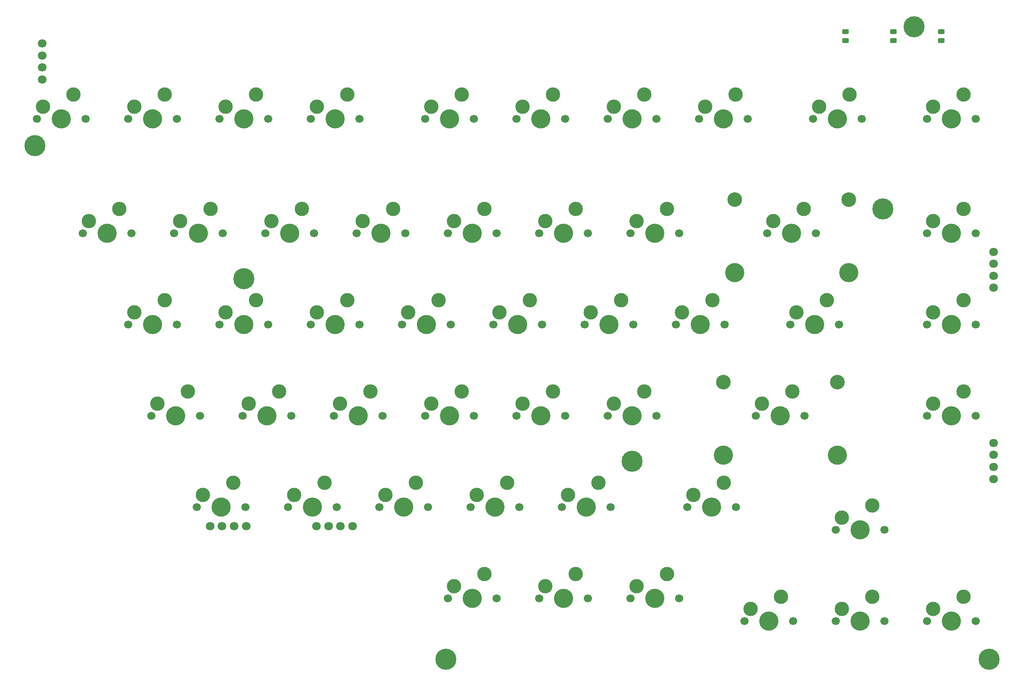
<source format=gbr>
%TF.GenerationSoftware,KiCad,Pcbnew,8.0.4*%
%TF.CreationDate,2024-10-18T15:09:13-05:00*%
%TF.ProjectId,numlocked_right,6e756d6c-6f63-46b6-9564-5f7269676874,rev?*%
%TF.SameCoordinates,Original*%
%TF.FileFunction,Soldermask,Top*%
%TF.FilePolarity,Negative*%
%FSLAX46Y46*%
G04 Gerber Fmt 4.6, Leading zero omitted, Abs format (unit mm)*
G04 Created by KiCad (PCBNEW 8.0.4) date 2024-10-18 15:09:13*
%MOMM*%
%LPD*%
G01*
G04 APERTURE LIST*
G04 Aperture macros list*
%AMRoundRect*
0 Rectangle with rounded corners*
0 $1 Rounding radius*
0 $2 $3 $4 $5 $6 $7 $8 $9 X,Y pos of 4 corners*
0 Add a 4 corners polygon primitive as box body*
4,1,4,$2,$3,$4,$5,$6,$7,$8,$9,$2,$3,0*
0 Add four circle primitives for the rounded corners*
1,1,$1+$1,$2,$3*
1,1,$1+$1,$4,$5*
1,1,$1+$1,$6,$7*
1,1,$1+$1,$8,$9*
0 Add four rect primitives between the rounded corners*
20,1,$1+$1,$2,$3,$4,$5,0*
20,1,$1+$1,$4,$5,$6,$7,0*
20,1,$1+$1,$6,$7,$8,$9,0*
20,1,$1+$1,$8,$9,$2,$3,0*%
G04 Aperture macros list end*
%ADD10C,1.700000*%
%ADD11C,3.000000*%
%ADD12C,4.000000*%
%ADD13C,3.050000*%
%ADD14C,1.800000*%
%ADD15C,4.400000*%
%ADD16RoundRect,0.243750X-0.456250X0.243750X-0.456250X-0.243750X0.456250X-0.243750X0.456250X0.243750X0*%
%ADD17RoundRect,0.243750X0.456250X-0.243750X0.456250X0.243750X-0.456250X0.243750X-0.456250X-0.243750X0*%
G04 APERTURE END LIST*
D10*
%TO.C,S2*%
X93495000Y-86141600D03*
D11*
X94765000Y-83601600D03*
D12*
X98575000Y-86141600D03*
D11*
X101115000Y-81061600D03*
D10*
X103655000Y-86141600D03*
%TD*%
%TO.C,S26*%
X188745000Y-86141600D03*
D11*
X190015000Y-83601600D03*
D12*
X193825000Y-86141600D03*
D11*
X196365000Y-81061600D03*
D10*
X198905000Y-86141600D03*
%TD*%
D13*
%TO.C,S42*%
X220025000Y-60091600D03*
D12*
X220025000Y-75331600D03*
D10*
X226845000Y-67091600D03*
D11*
X228115000Y-64551600D03*
D12*
X231925000Y-67091600D03*
D11*
X234465000Y-62011600D03*
D10*
X237005000Y-67091600D03*
D13*
X243825000Y-60091600D03*
D12*
X243825000Y-75331600D03*
%TD*%
D10*
%TO.C,S12*%
X131595000Y-43279100D03*
D11*
X132865000Y-40739100D03*
D12*
X136675000Y-43279100D03*
D11*
X139215000Y-38199100D03*
D10*
X141755000Y-43279100D03*
%TD*%
D14*
%TO.C,J1*%
X274050000Y-71009100D03*
X274050000Y-73509100D03*
X274050000Y-76009100D03*
X274050000Y-78509100D03*
%TD*%
D15*
%TO.C,H4*%
X257500000Y-24000000D03*
%TD*%
D10*
%TO.C,S28*%
X174457500Y-43279100D03*
D11*
X175727500Y-40739100D03*
D12*
X179537500Y-43279100D03*
D11*
X182077500Y-38199100D03*
D10*
X184617500Y-43279100D03*
%TD*%
%TO.C,S11*%
X117307500Y-105191600D03*
D11*
X118577500Y-102651600D03*
D12*
X122387500Y-105191600D03*
D11*
X124927500Y-100111600D03*
D10*
X127467500Y-105191600D03*
%TD*%
%TO.C,S41*%
X241132500Y-148054100D03*
D11*
X242402500Y-145514100D03*
D12*
X246212500Y-148054100D03*
D11*
X248752500Y-142974100D03*
D10*
X251292500Y-148054100D03*
%TD*%
D14*
%TO.C,J2*%
X274050000Y-110889100D03*
X274050000Y-113389100D03*
X274050000Y-115889100D03*
X274050000Y-118389100D03*
%TD*%
D10*
%TO.C,S36*%
X193507500Y-43279100D03*
D11*
X194777500Y-40739100D03*
D12*
X198587500Y-43279100D03*
D11*
X201127500Y-38199100D03*
D10*
X203667500Y-43279100D03*
%TD*%
%TO.C,S19*%
X169695000Y-86141600D03*
D11*
X170965000Y-83601600D03*
D12*
X174775000Y-86141600D03*
D11*
X177315000Y-81061600D03*
D10*
X179855000Y-86141600D03*
%TD*%
%TO.C,S31*%
X207795000Y-86141600D03*
D11*
X209065000Y-83601600D03*
D12*
X212875000Y-86141600D03*
D11*
X215415000Y-81061600D03*
D10*
X217955000Y-86141600D03*
%TD*%
D15*
%TO.C,H6*%
X250975000Y-62011600D03*
%TD*%
D10*
%TO.C,S25*%
X160170000Y-143291600D03*
D11*
X161440000Y-140751600D03*
D12*
X165250000Y-143291600D03*
D11*
X167790000Y-138211600D03*
D10*
X170330000Y-143291600D03*
%TD*%
%TO.C,S23*%
X174457500Y-105191600D03*
D11*
X175727500Y-102651600D03*
D12*
X179537500Y-105191600D03*
D11*
X182077500Y-100111600D03*
D10*
X184617500Y-105191600D03*
%TD*%
%TO.C,S1*%
X83970000Y-67091600D03*
D11*
X85240000Y-64551600D03*
D12*
X89050000Y-67091600D03*
D11*
X91590000Y-62011600D03*
D10*
X94130000Y-67091600D03*
%TD*%
D15*
%TO.C,H1*%
X74000000Y-48804100D03*
%TD*%
D10*
%TO.C,S33*%
X179220000Y-143291600D03*
D11*
X180490000Y-140751600D03*
D12*
X184300000Y-143291600D03*
D11*
X186840000Y-138211600D03*
D10*
X189380000Y-143291600D03*
%TD*%
%TO.C,S45*%
X236370000Y-43279100D03*
D11*
X237640000Y-40739100D03*
D12*
X241450000Y-43279100D03*
D11*
X243990000Y-38199100D03*
D10*
X246530000Y-43279100D03*
%TD*%
D15*
%TO.C,H3*%
X159725000Y-156000000D03*
%TD*%
D10*
%TO.C,S13*%
X131595000Y-86141600D03*
D11*
X132865000Y-83601600D03*
D12*
X136675000Y-86141600D03*
D11*
X139215000Y-81061600D03*
D10*
X141755000Y-86141600D03*
%TD*%
%TO.C,S7*%
X112545000Y-86141600D03*
D11*
X113815000Y-83601600D03*
D12*
X117625000Y-86141600D03*
D11*
X120165000Y-81061600D03*
D10*
X122705000Y-86141600D03*
%TD*%
%TO.C,S49*%
X260182500Y-67091600D03*
D11*
X261452500Y-64551600D03*
D12*
X265262500Y-67091600D03*
D11*
X267802500Y-62011600D03*
D10*
X270342500Y-67091600D03*
%TD*%
%TO.C,S29*%
X193507500Y-105191600D03*
D11*
X194777500Y-102651600D03*
D12*
X198587500Y-105191600D03*
D11*
X201127500Y-100111600D03*
D10*
X203667500Y-105191600D03*
%TD*%
%TO.C,S40*%
X222082500Y-148054100D03*
D11*
X223352500Y-145514100D03*
D12*
X227162500Y-148054100D03*
D11*
X229702500Y-142974100D03*
D10*
X232242500Y-148054100D03*
%TD*%
%TO.C,S17*%
X150645000Y-86141600D03*
D11*
X151915000Y-83601600D03*
D12*
X155725000Y-86141600D03*
D11*
X158265000Y-81061600D03*
D10*
X160805000Y-86141600D03*
%TD*%
%TO.C,S24*%
X160170000Y-67091600D03*
D11*
X161440000Y-64551600D03*
D12*
X165250000Y-67091600D03*
D11*
X167790000Y-62011600D03*
D10*
X170330000Y-67091600D03*
%TD*%
%TO.C,S6*%
X98257500Y-105191600D03*
D11*
X99527500Y-102651600D03*
D12*
X103337500Y-105191600D03*
D11*
X105877500Y-100111600D03*
D10*
X108417500Y-105191600D03*
%TD*%
D13*
%TO.C,S37*%
X217643750Y-98216600D03*
D12*
X217643750Y-113456600D03*
D10*
X224463750Y-105191600D03*
D11*
X225733750Y-102651600D03*
D12*
X229543750Y-105191600D03*
D11*
X232083750Y-100111600D03*
D10*
X234623750Y-105191600D03*
D13*
X241443750Y-98216600D03*
D12*
X241443750Y-113456600D03*
%TD*%
D10*
%TO.C,S15*%
X141120000Y-67091600D03*
D11*
X142390000Y-64551600D03*
D12*
X146200000Y-67091600D03*
D11*
X148740000Y-62011600D03*
D10*
X151280000Y-67091600D03*
%TD*%
%TO.C,S34*%
X198270000Y-143291600D03*
D11*
X199540000Y-140751600D03*
D12*
X203350000Y-143291600D03*
D11*
X205890000Y-138211600D03*
D10*
X208430000Y-143291600D03*
%TD*%
%TO.C,S9*%
X107782500Y-124241600D03*
D11*
X109052500Y-121701600D03*
D12*
X112862500Y-124241600D03*
D11*
X115402500Y-119161600D03*
D10*
X117942500Y-124241600D03*
%TD*%
%TO.C,S21*%
X164932500Y-124241600D03*
D11*
X166202500Y-121701600D03*
D12*
X170012500Y-124241600D03*
D11*
X172552500Y-119161600D03*
D10*
X175092500Y-124241600D03*
%TD*%
%TO.C,S43*%
X260182500Y-148054100D03*
D11*
X261452500Y-145514100D03*
D12*
X265262500Y-148054100D03*
D11*
X267802500Y-142974100D03*
D10*
X270342500Y-148054100D03*
%TD*%
D15*
%TO.C,H2*%
X273168750Y-156000000D03*
%TD*%
D10*
%TO.C,S4*%
X93495000Y-43279100D03*
D11*
X94765000Y-40739100D03*
D12*
X98575000Y-43279100D03*
D11*
X101115000Y-38199100D03*
D10*
X103655000Y-43279100D03*
%TD*%
%TO.C,S10*%
X122070000Y-67091600D03*
D11*
X123340000Y-64551600D03*
D12*
X127150000Y-67091600D03*
D11*
X129690000Y-62011600D03*
D10*
X132230000Y-67091600D03*
%TD*%
D15*
%TO.C,H5*%
X117625000Y-76616600D03*
%TD*%
D10*
%TO.C,S16*%
X126832500Y-124241600D03*
D11*
X128102500Y-121701600D03*
D12*
X131912500Y-124241600D03*
D11*
X134452500Y-119161600D03*
D10*
X136992500Y-124241600D03*
%TD*%
%TO.C,S38*%
X231607500Y-86141600D03*
D11*
X232877500Y-83601600D03*
D12*
X236687500Y-86141600D03*
D11*
X239227500Y-81061600D03*
D10*
X241767500Y-86141600D03*
%TD*%
%TO.C,S3*%
X74445000Y-43279100D03*
D11*
X75715000Y-40739100D03*
D12*
X79525000Y-43279100D03*
D11*
X82065000Y-38199100D03*
D10*
X84605000Y-43279100D03*
%TD*%
%TO.C,S20*%
X155407500Y-43279100D03*
D11*
X156677500Y-40739100D03*
D12*
X160487500Y-43279100D03*
D11*
X163027500Y-38199100D03*
D10*
X165567500Y-43279100D03*
%TD*%
%TO.C,S27*%
X179220000Y-67091600D03*
D11*
X180490000Y-64551600D03*
D12*
X184300000Y-67091600D03*
D11*
X186840000Y-62011600D03*
D10*
X189380000Y-67091600D03*
%TD*%
D16*
%TO.C,D1*%
X263168750Y-25062500D03*
X263168750Y-26937500D03*
%TD*%
D10*
%TO.C,S22*%
X145882500Y-124241600D03*
D11*
X147152500Y-121701600D03*
D12*
X150962500Y-124241600D03*
D11*
X153502500Y-119161600D03*
D10*
X156042500Y-124241600D03*
%TD*%
%TO.C,S18*%
X155407500Y-105191600D03*
D11*
X156677500Y-102651600D03*
D12*
X160487500Y-105191600D03*
D11*
X163027500Y-100111600D03*
D10*
X165567500Y-105191600D03*
%TD*%
D17*
%TO.C,D3*%
X243168750Y-26937500D03*
X243168750Y-25062500D03*
%TD*%
D15*
%TO.C,H7*%
X198587500Y-114716600D03*
%TD*%
D10*
%TO.C,S32*%
X198270000Y-67091600D03*
D11*
X199540000Y-64551600D03*
D12*
X203350000Y-67091600D03*
D11*
X205890000Y-62011600D03*
D10*
X208430000Y-67091600D03*
%TD*%
%TO.C,S30*%
X183982500Y-124241600D03*
D11*
X185252500Y-121701600D03*
D12*
X189062500Y-124241600D03*
D11*
X191602500Y-119161600D03*
D10*
X194142500Y-124241600D03*
%TD*%
%TO.C,S44*%
X212557500Y-43279100D03*
D11*
X213827500Y-40739100D03*
D12*
X217637500Y-43279100D03*
D11*
X220177500Y-38199100D03*
D10*
X222717500Y-43279100D03*
%TD*%
%TO.C,S46*%
X260182500Y-43279100D03*
D11*
X261452500Y-40739100D03*
D12*
X265262500Y-43279100D03*
D11*
X267802500Y-38199100D03*
D10*
X270342500Y-43279100D03*
%TD*%
%TO.C,S35*%
X210176250Y-124241600D03*
D11*
X211446250Y-121701600D03*
D12*
X215256250Y-124241600D03*
D11*
X217796250Y-119161600D03*
D10*
X220336250Y-124241600D03*
%TD*%
%TO.C,S5*%
X112545000Y-43279100D03*
D11*
X113815000Y-40739100D03*
D12*
X117625000Y-43279100D03*
D11*
X120165000Y-38199100D03*
D10*
X122705000Y-43279100D03*
%TD*%
%TO.C,S8*%
X103020000Y-67091600D03*
D11*
X104290000Y-64551600D03*
D12*
X108100000Y-67091600D03*
D11*
X110640000Y-62011600D03*
D10*
X113180000Y-67091600D03*
%TD*%
D16*
%TO.C,D4*%
X253168750Y-25062500D03*
X253168750Y-26937500D03*
%TD*%
D10*
%TO.C,S39*%
X241132500Y-129004100D03*
D11*
X242402500Y-126464100D03*
D12*
X246212500Y-129004100D03*
D11*
X248752500Y-123924100D03*
D10*
X251292500Y-129004100D03*
%TD*%
%TO.C,S47*%
X260182500Y-105191600D03*
D11*
X261452500Y-102651600D03*
D12*
X265262500Y-105191600D03*
D11*
X267802500Y-100111600D03*
D10*
X270342500Y-105191600D03*
%TD*%
%TO.C,S14*%
X136357500Y-105191600D03*
D11*
X137627500Y-102651600D03*
D12*
X141437500Y-105191600D03*
D11*
X143977500Y-100111600D03*
D10*
X146517500Y-105191600D03*
%TD*%
%TO.C,S48*%
X260182500Y-86141600D03*
D11*
X261452500Y-83601600D03*
D12*
X265262500Y-86141600D03*
D11*
X267802500Y-81061600D03*
D10*
X270342500Y-86141600D03*
%TD*%
D14*
%TO.C,J4*%
X110563600Y-128266600D03*
X113063600Y-128266600D03*
X115563600Y-128266600D03*
X118063600Y-128266600D03*
%TD*%
%TO.C,J3*%
X75500000Y-27527600D03*
X75500000Y-30027600D03*
X75500000Y-32527600D03*
X75500000Y-35027600D03*
%TD*%
%TO.C,J5*%
X132779400Y-128266600D03*
X135279400Y-128266600D03*
X137779400Y-128266600D03*
X140279400Y-128266600D03*
%TD*%
M02*

</source>
